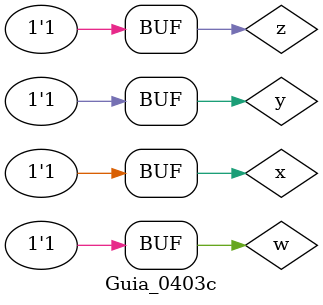
<source format=v>
/*
 Guia_0403c.v - v0.0. - 28 / 08 / 2022
 Autor    : Gabriel Vargas Bento de Souza
 Matricula: 778023
 */

/* 
 Soma dso produtos
                  ___
f(x, y, w, z) =  \   m(1, 2, 4, 6, 9, 12, 14)  = SoP(1, 2, 4, 6, 9, 12, 14) = 1
                 /___
*/

/**
 SoP(1, 2, 4, 6, 9, 12, 14)
 */
module SoP (output s,
            input  x, y, w, z);
   assign s = (~x & ~y & ~w &  z)  // 1
            | (~x & ~y &  w & ~z)  // 2
            | (~x &  y & ~w & ~z)  // 4
            | (~x &  y &  w & ~z)  // 6
            | ( x & ~y & ~w &  z)  // 9
            | ( x &  y & ~w & ~z)  // 12
            | ( x &  y &  w & ~z); // 14
endmodule // SoP

/**
  Guia_0403c.v
 */
module Guia_0403c;
   reg  x, y, w, z;
   wire s1;
   
   // instancias
   SoP SOP (s, x, y, w, z);
   
   // valores iniciais
   initial begin: start
      x=1'bx; y=1'bx; x=1'bx; z=1'bx; // indefinidos
   end

   // parte principal
   initial begin: main
      // identificacao
       $display("Gabriel Vargas Bento de Souza - 778023");
       $display("Test boolean expression");
       $display("\n03.c) SoP(1, 2, 4, 6, 9, 12, 14)\n");

       // monitoramento
       $display(" x  y  w  z  SoP(1, 2, 4, 6, 9, 12, 14)");
       $monitor("%2b %2b %2b %2b %15b", x, y, w, z, s);

       // sinalizacao
       #1 x=0; y=0; w=0; z=0;
       #1 x=0; y=0; w=0; z=1;
       #1 x=0; y=0; w=1; z=0;
       #1 x=0; y=0; w=1; z=1;
       #1 x=0; y=1; w=0; z=0;
       #1 x=0; y=1; w=0; z=1;
       #1 x=0; y=1; w=1; z=0;
       #1 x=0; y=1; w=1; z=1;
       #1 x=1; y=0; w=0; z=0;
       #1 x=1; y=0; w=0; z=1;
       #1 x=1; y=0; w=1; z=0;
       #1 x=1; y=0; w=1; z=1;
       #1 x=1; y=1; w=0; z=0;
       #1 x=1; y=1; w=0; z=1;
       #1 x=1; y=1; w=1; z=0;
       #1 x=1; y=1; w=1; z=1;
   end
endmodule // Guia_0403c
</source>
